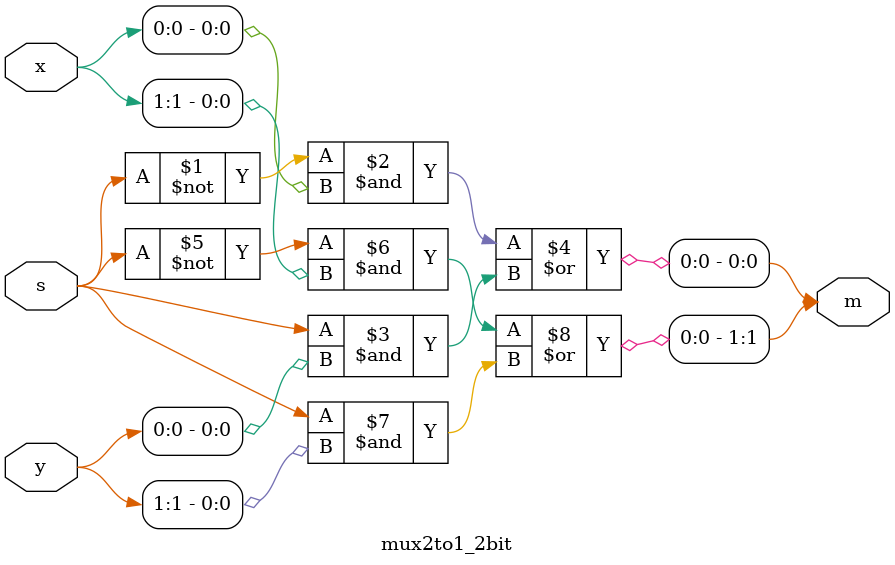
<source format=v>
`timescale 1ns / 1ps
`default_nettype none

module top(SW, LEDR);
    input [9:0]SW;
    output [9:0]LEDR;
    
	mux2to1_2bit u0(SW[1:0], SW[3:2], SW[9], LEDR[1:0]);

endmodule

module mux2to1_2bit(x, y, s, m);
	input [1:0]x, y;
	input s;
	output [1:0]m;

	assign m[0] = (~s&x[0]) | (s&y[0]);   
	assign m[1] = (~s&x[1]) | (s&y[1]);

	// mux2to1 u0(x[0], y[0], s, m[0]);  instantiation by port: ordering is important
	// mux2to1 u1(x[1], y[1], s, m[1]);
	
	// mux2to1 u0(.x(x[0]), .y(y[0]), .s(s), .m(m[0])); instantiation by name: ordering is not important
	// mux2to1 u1(.x(x[1]), .y(y[1]), .s(s), .m(m[1])); 

	endmodule 

</source>
